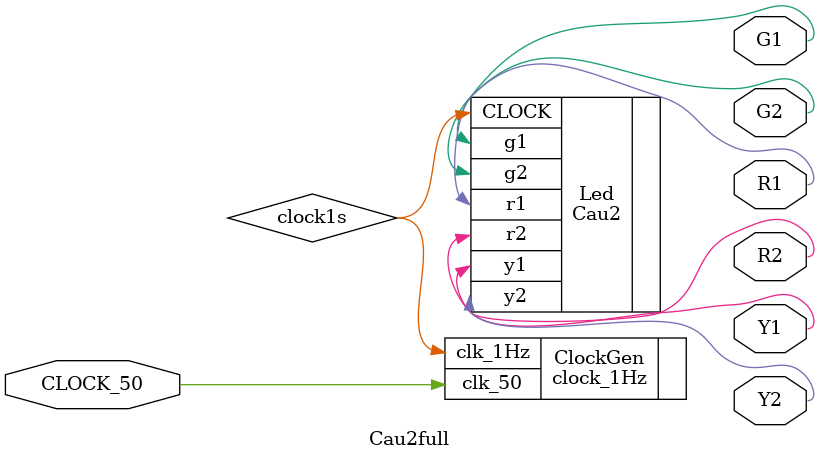
<source format=v>
module Cau2full(
	input CLOCK_50,
	output R1,R2,G1,G2,Y1,Y2
);
	wire clock1s;
clock_1Hz ClockGen(.clk_50(CLOCK_50),.clk_1Hz(clock1s));
Cau2 Led(.CLOCK(clock1s),.r1(R1),.r2(R2),.g1(G1),.g2(G2),.y1(Y1),.y2(Y2));
endmodule

</source>
